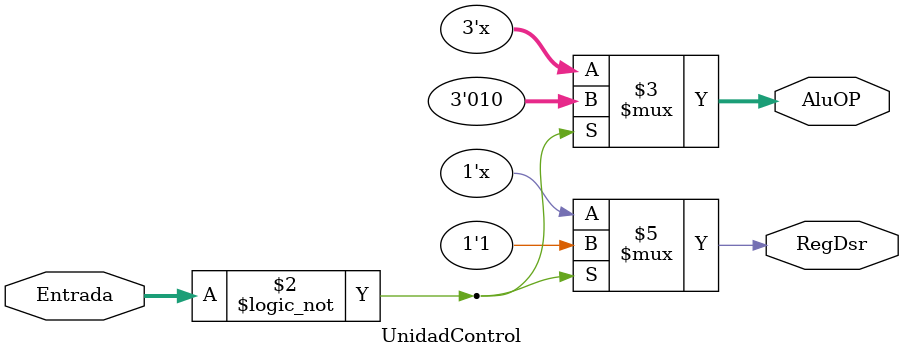
<source format=v>
module UnidadControl (
input[5:0]Entrada,

	output reg RegDsr,
	output reg [2:0]AluOP

);

always@* begin

if(Entrada == 6'b000000) //R basic
	begin
		RegDsr <= 1; // Guarda en reg
		AluOP <= 2;

	end

end

endmodule 

</source>
